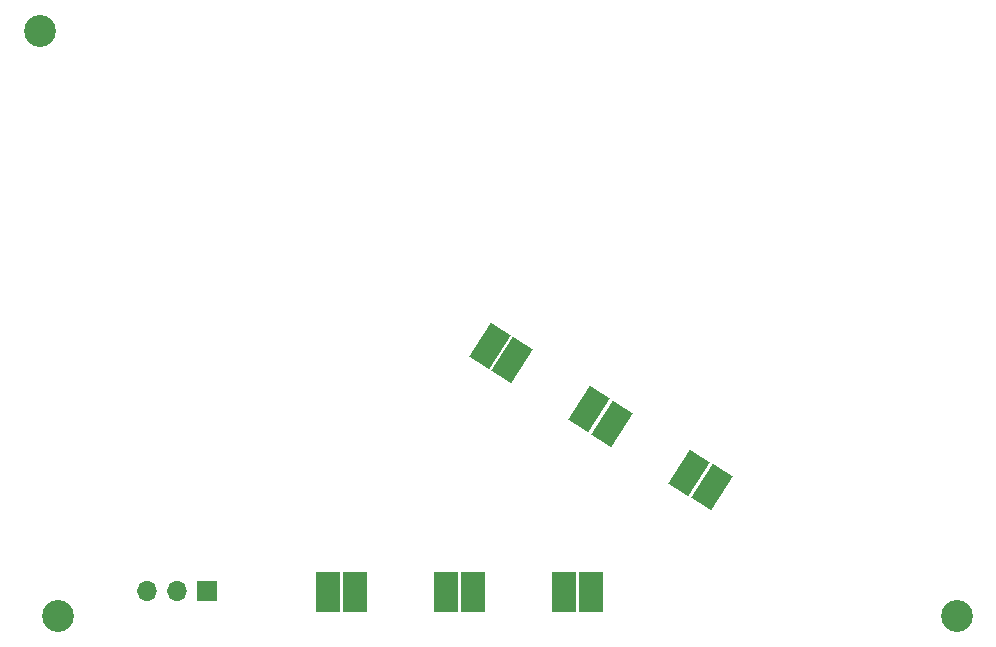
<source format=gts>
G04 #@! TF.GenerationSoftware,KiCad,Pcbnew,(6.0.0)*
G04 #@! TF.CreationDate,2022-02-12T02:05:42-05:00*
G04 #@! TF.ProjectId,FalconRHS,46616c63-6f6e-4524-9853-2e6b69636164,1A*
G04 #@! TF.SameCoordinates,Original*
G04 #@! TF.FileFunction,Soldermask,Top*
G04 #@! TF.FilePolarity,Negative*
%FSLAX46Y46*%
G04 Gerber Fmt 4.6, Leading zero omitted, Abs format (unit mm)*
G04 Created by KiCad (PCBNEW (6.0.0)) date 2022-02-12 02:05:42*
%MOMM*%
%LPD*%
G01*
G04 APERTURE LIST*
G04 Aperture macros list*
%AMRotRect*
0 Rectangle, with rotation*
0 The origin of the aperture is its center*
0 $1 length*
0 $2 width*
0 $3 Rotation angle, in degrees counterclockwise*
0 Add horizontal line*
21,1,$1,$2,0,0,$3*%
G04 Aperture macros list end*
%ADD10R,2.000000X3.400000*%
%ADD11C,2.700000*%
%ADD12RotRect,2.000000X3.400000X147.507004*%
%ADD13R,1.700000X1.700000*%
%ADD14O,1.700000X1.700000*%
G04 APERTURE END LIST*
D10*
X144150000Y-122000000D03*
X141850000Y-122000000D03*
D11*
X107460000Y-74540000D03*
X185120000Y-124000000D03*
D12*
X162400799Y-111896316D03*
X164340751Y-113131868D03*
X153964089Y-106527857D03*
X155904041Y-107763409D03*
D10*
X154150000Y-122000000D03*
X151850000Y-122000000D03*
X134150000Y-122000000D03*
X131850000Y-122000000D03*
D11*
X109000000Y-124000000D03*
D12*
X145545458Y-101132988D03*
X147485410Y-102368540D03*
D13*
X121640000Y-121900000D03*
D14*
X119100000Y-121900000D03*
X116560000Y-121900000D03*
M02*

</source>
